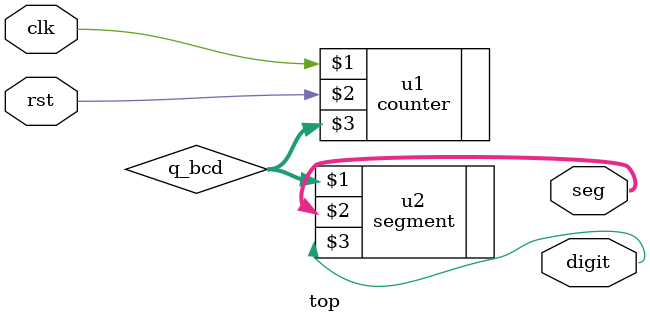
<source format=v>
module top (
    input clk,
    input rst,
    output [7:0] seg,
    output digit
);

wire [3:0] q_bcd;

counter u1(clk, rst, q_bcd);
segment u2(q_bcd, seg, digit);

endmodule
</source>
